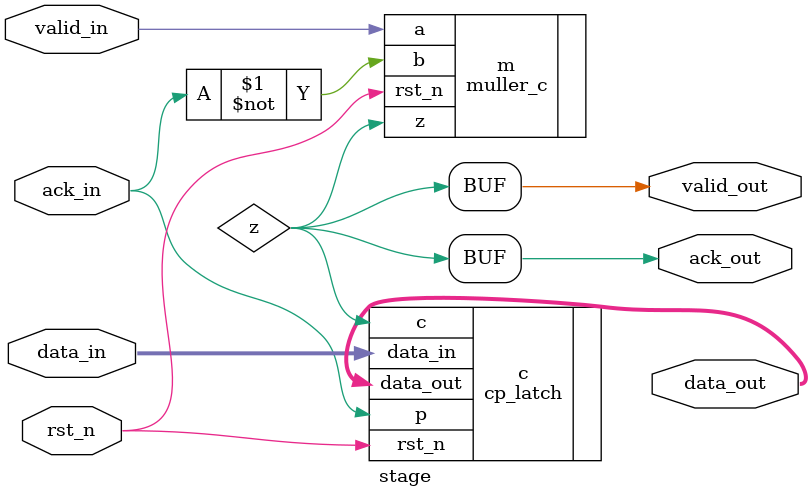
<source format=v>
`timescale 1ns / 1ps


module stage(
    rst_n,
    valid_in,
    ack_in,
    data_in,
    data_out,
    ack_out,
    valid_out
    );
    parameter data_width=3;
    input rst_n;
    input valid_in;
    input ack_in;
    input [data_width-1:0] data_in;
    output [data_width-1:0] data_out;
    output ack_out;
    output valid_out;
    wire z;
    muller_c m(
        .rst_n(rst_n),
        .a(valid_in),
        .b(~ack_in),
        .z(z)
    );
    assign valid_out = z;
    assign ack_out = z;
    cp_latch c(
        .rst_n(rst_n),
        .c(z),
        .p(ack_in),
        .data_in(data_in),
        .data_out(data_out)
    );
endmodule

</source>
